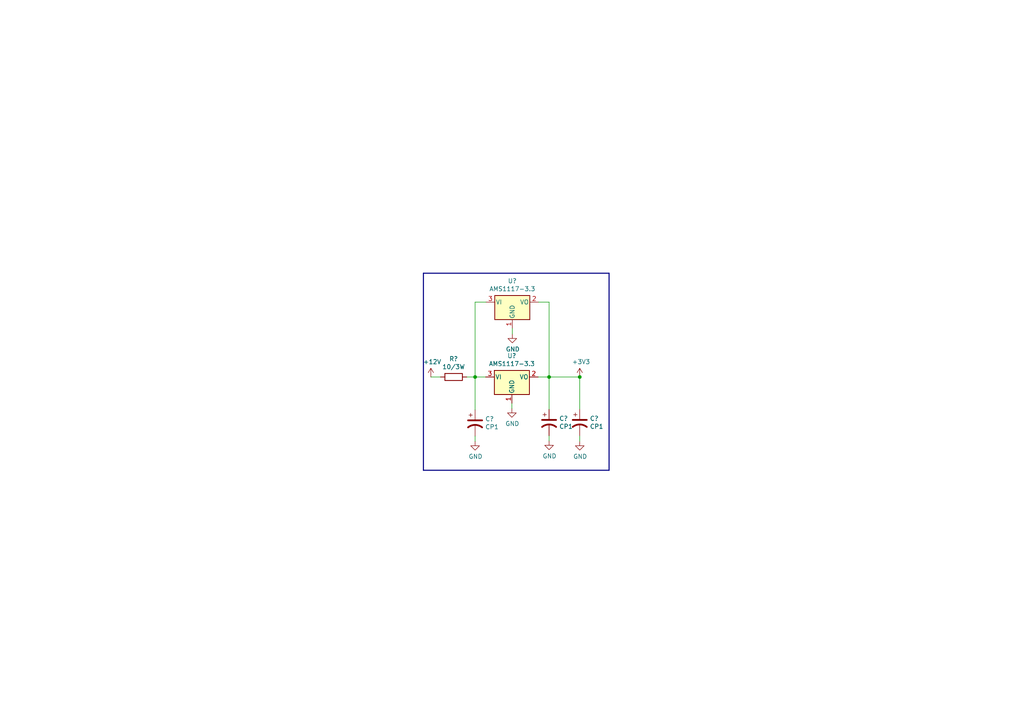
<source format=kicad_sch>
(kicad_sch (version 20211123) (generator eeschema)
  (paper "A4")
  (lib_symbols
    (symbol "Device:R" (pin_numbers hide) (pin_names (offset 0))
      (property "Reference" "R" (at 2.032 0 90))
      (property "Value" "R" (at 0 0 90))
      (symbol "R_0_1"
        (rectangle (start -1.016 -2.54) (end 1.016 2.54) (stroke (width 0.254)))
      )
      (symbol "R_1_1"
        (pin passive line (at 0 3.81 270) (length 1.27) (name "~") (number "1"))
        (pin passive line (at 0 -3.81 90) (length 1.27) (name "~") (number "2"))
      )
    )
    (symbol "Power_supply_3.3V-rescue:CP1-Device" (pin_numbers hide) (pin_names (offset 0.254) hide)
      (property "Reference" "C" (at 0.635 2.54 0))
      (property "Value" "CP1-Device" (at 0.635 -2.54 0))
      (symbol "CP1-Device_0_1"
        (polyline (pts (xy -2.032 0.762) (xy 2.032 0.762)) (stroke (width 0.508)))
        (polyline (pts (xy -1.778 2.286) (xy -0.762 2.286)))
        (polyline (pts (xy -1.27 1.778) (xy -1.27 2.794)))
        (arc (start 2.032 -1.27) (mid 0 -0.5572) (end -2.032 -1.27) (stroke (width 0.508)))
      )
      (symbol "CP1-Device_1_1"
        (pin passive line (at 0 3.81 270) (length 2.794) (name "~") (number "1"))
        (pin passive line (at 0 -3.81 90) (length 3.302) (name "~") (number "2"))
      )
    )
    (symbol "Regulator_Linear:AMS1117-3.3" (pin_names (offset 0.254))
      (property "Reference" "U" (at -3.81 3.175 0))
      (property "Value" "AMS1117-3.3" (at 0 3.175 0))
      (symbol "AMS1117-3.3_0_1"
        (rectangle (start -5.08 -5.08) (end 5.08 1.905) (stroke (width 0.254)) (fill (type background)))
      )
      (symbol "AMS1117-3.3_1_1"
        (pin power_in line (at 0 -7.62 90) (length 2.54) (name "GND") (number "1"))
        (pin power_out line (at 7.62 0 180) (length 2.54) (name "VO") (number "2"))
        (pin power_in line (at -7.62 0 0) (length 2.54) (name "VI") (number "3"))
      )
    )
    (symbol "power:+12V" (power) (pin_names (offset 0))
      (property "Value" "+12V" (at 0 3.556 0))
      (symbol "+12V_0_1"
        (polyline (pts (xy -0.762 1.27) (xy 0 2.54)))
        (polyline (pts (xy 0 0) (xy 0 2.54)))
        (polyline (pts (xy 0 2.54) (xy 0.762 1.27)))
      )
      (symbol "+12V_1_1"
        (pin power_in line (at 0 0 90) (length 0) hide (name "+12V") (number "1"))
      )
    )
    (symbol "power:+3.3V" (power) (pin_names (offset 0))
      (property "Value" "+3.3V" (at 0 3.556 0))
      (symbol "+3.3V_0_1"
        (polyline (pts (xy -0.762 1.27) (xy 0 2.54)))
        (polyline (pts (xy 0 0) (xy 0 2.54)))
        (polyline (pts (xy 0 2.54) (xy 0.762 1.27)))
      )
      (symbol "+3.3V_1_1"
        (pin power_in line (at 0 0 90) (length 0) hide (name "+3V3") (number "1"))
      )
    )
    (symbol "power:GND" (power) (pin_names (offset 0))
      (property "Value" "GND" (at 0 -3.81 0))
      (symbol "GND_0_1"
        (polyline (pts (xy 0 0) (xy 0 -1.27) (xy 1.27 -1.27) (xy 0 -2.54) (xy -1.27 -1.27) (xy 0 -1.27)))
      )
      (symbol "GND_1_1"
        (pin power_in line (at 0 0 270) (length 0) hide (name "GND") (number "1"))
      )
    )
  )
  (junction (at 159.258 109.347))
  (junction (at 137.795 109.347))
  (junction (at 168.148 109.347))
  (bus (pts (xy 122.809 79.248) (xy 122.809 136.398)))
  (wire (pts (xy 137.795 87.63) (xy 137.795 109.347)))
  (wire (pts (xy 140.97 87.63) (xy 137.795 87.63)))
  (wire (pts (xy 135.382 109.347) (xy 137.795 109.347)))
  (wire (pts (xy 159.258 127.889) (xy 159.258 126.365)))
  (wire (pts (xy 156.21 87.63) (xy 159.258 87.63)))
  (wire (pts (xy 124.968 109.347) (xy 127.762 109.347)))
  (wire (pts (xy 168.148 128.016) (xy 168.148 126.365)))
  (wire (pts (xy 156.083 109.347) (xy 159.258 109.347)))
  (bus (pts (xy 122.809 79.248) (xy 176.657 79.248)))
  (wire (pts (xy 159.258 87.63) (xy 159.258 109.347)))
  (wire (pts (xy 159.258 109.347) (xy 159.258 118.745)))
  (wire (pts (xy 140.843 109.347) (xy 137.795 109.347)))
  (wire (pts (xy 168.148 118.745) (xy 168.148 109.347)))
  (wire (pts (xy 148.463 118.491) (xy 148.463 116.967)))
  (wire (pts (xy 137.795 109.347) (xy 137.795 118.872)))
  (bus (pts (xy 176.657 136.398) (xy 122.809 136.398)))
  (wire (pts (xy 148.59 96.901) (xy 148.59 95.25)))
  (wire (pts (xy 159.258 109.347) (xy 168.148 109.347)))
  (wire (pts (xy 137.795 128.016) (xy 137.795 126.492)))
  (bus (pts (xy 176.657 79.248) (xy 176.657 136.398)))
  (symbol (lib_id "Regulator_Linear:AMS1117-3.3") (at 148.59 87.63 0) (unit 1)
    (property "Reference" "U?" (at 148.59 81.4832 0))
    (property "Value" "AMS1117-3.3" (at 148.59 83.7946 0))
    (property "Footprint" "Package_TO_SOT_SMD:SOT-223-3_TabPin2" (effects hide))
    (property "Datasheet" "http://www.advanced-monolithic.com/pdf/ds1117.pdf" (effects hide))
  )
  (symbol (lib_id "Regulator_Linear:AMS1117-3.3") (at 148.463 109.347 0) (unit 1)
    (property "Reference" "U?" (at 148.463 103.2002 0))
    (property "Value" "AMS1117-3.3" (at 148.463 105.5116 0))
    (property "Footprint" "Package_TO_SOT_SMD:SOT-223-3_TabPin2" (effects hide))
    (property "Datasheet" "http://www.advanced-monolithic.com/pdf/ds1117.pdf" (effects hide))
  )
  (symbol (lib_id "power:GND") (at 148.59 96.901 0) (unit 1)
    (property "Reference" "#PWR?" (effects hide))
    (property "Value" "GND" (at 148.717 101.2952 0))
  )
  (symbol (lib_id "power:GND") (at 148.463 118.491 0) (unit 1)
    (property "Reference" "#PWR?" (effects hide))
    (property "Value" "GND" (at 148.59 122.8852 0))
  )
  (symbol (lib_id "Power_supply_3.3V-rescue:CP1-Device") (at 159.258 122.555 0) (unit 1)
    (property "Reference" "C?" (at 162.179 121.3866 0) (effects (justify left)))
    (property "Value" "CP1" (at 162.179 123.698 0) (effects (justify left)))
    (property "Footprint" "Capacitor_THT:CP_Radial_D7.5mm_P2.50mm" (effects hide))
  )
  (symbol (lib_id "Power_supply_3.3V-rescue:CP1-Device") (at 137.795 122.682 0) (unit 1)
    (property "Reference" "C?" (at 140.716 121.5136 0) (effects (justify left)))
    (property "Value" "CP1" (at 140.716 123.825 0) (effects (justify left)))
    (property "Footprint" "Capacitor_THT:CP_Radial_D7.5mm_P2.50mm" (effects hide))
  )
  (symbol (lib_id "Power_supply_3.3V-rescue:CP1-Device") (at 168.148 122.555 0) (unit 1)
    (property "Reference" "C?" (at 171.069 121.3866 0) (effects (justify left)))
    (property "Value" "CP1" (at 171.069 123.698 0) (effects (justify left)))
    (property "Footprint" "Capacitor_THT:CP_Radial_D7.5mm_P2.50mm" (effects hide))
  )
  (symbol (lib_id "Device:R") (at 131.572 109.347 270) (unit 1)
    (property "Reference" "R?" (at 131.572 104.0892 90))
    (property "Value" "10/3W" (at 131.572 106.4006 90))
    (property "Footprint" "Resistor_THT:R_Axial_Power_L20.0mm_W6.4mm_P25.40mm" (effects hide))
  )
  (symbol (lib_id "power:+12V") (at 124.968 109.347 0) (unit 1)
    (property "Reference" "#PWR?" (effects hide))
    (property "Value" "+12V" (at 125.349 104.9528 0))
  )
  (symbol (lib_id "power:+3.3V") (at 168.148 109.347 0) (unit 1)
    (property "Reference" "#PWR?" (effects hide))
    (property "Value" "+3.3V" (at 168.529 104.9528 0))
  )
  (symbol (lib_id "power:GND") (at 137.795 128.016 0) (unit 1)
    (property "Reference" "#PWR?" (effects hide))
    (property "Value" "GND" (at 137.922 132.4102 0))
  )
  (symbol (lib_id "power:GND") (at 159.258 127.889 0) (unit 1)
    (property "Reference" "#PWR?" (effects hide))
    (property "Value" "GND" (at 159.385 132.2832 0))
  )
  (symbol (lib_id "power:GND") (at 168.148 128.016 0) (unit 1)
    (property "Reference" "#PWR?" (effects hide))
    (property "Value" "GND" (at 168.275 132.4102 0))
  )
)
</source>
